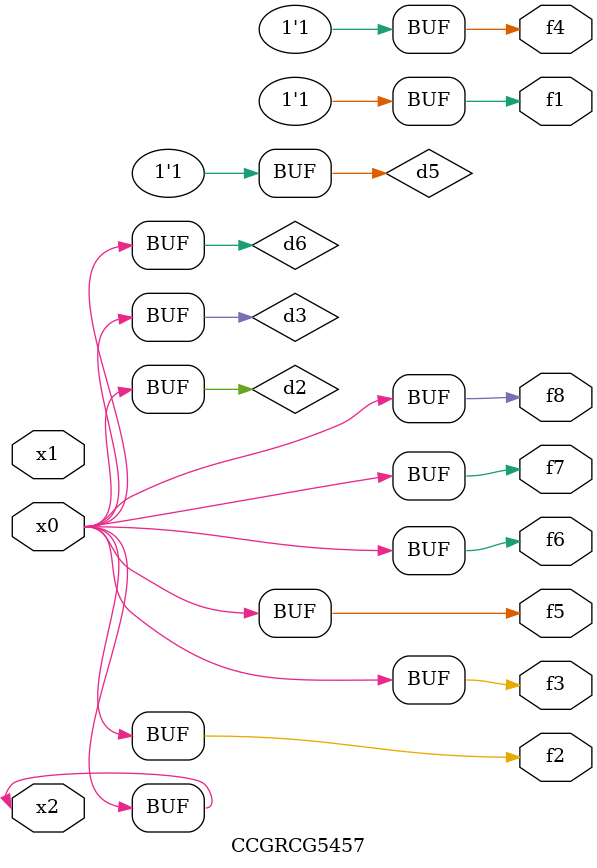
<source format=v>
module CCGRCG5457(
	input x0, x1, x2,
	output f1, f2, f3, f4, f5, f6, f7, f8
);

	wire d1, d2, d3, d4, d5, d6;

	xnor (d1, x2);
	buf (d2, x0, x2);
	and (d3, x0);
	xnor (d4, x1, x2);
	nand (d5, d1, d3);
	buf (d6, d2, d3);
	assign f1 = d5;
	assign f2 = d6;
	assign f3 = d6;
	assign f4 = d5;
	assign f5 = d6;
	assign f6 = d6;
	assign f7 = d6;
	assign f8 = d6;
endmodule

</source>
